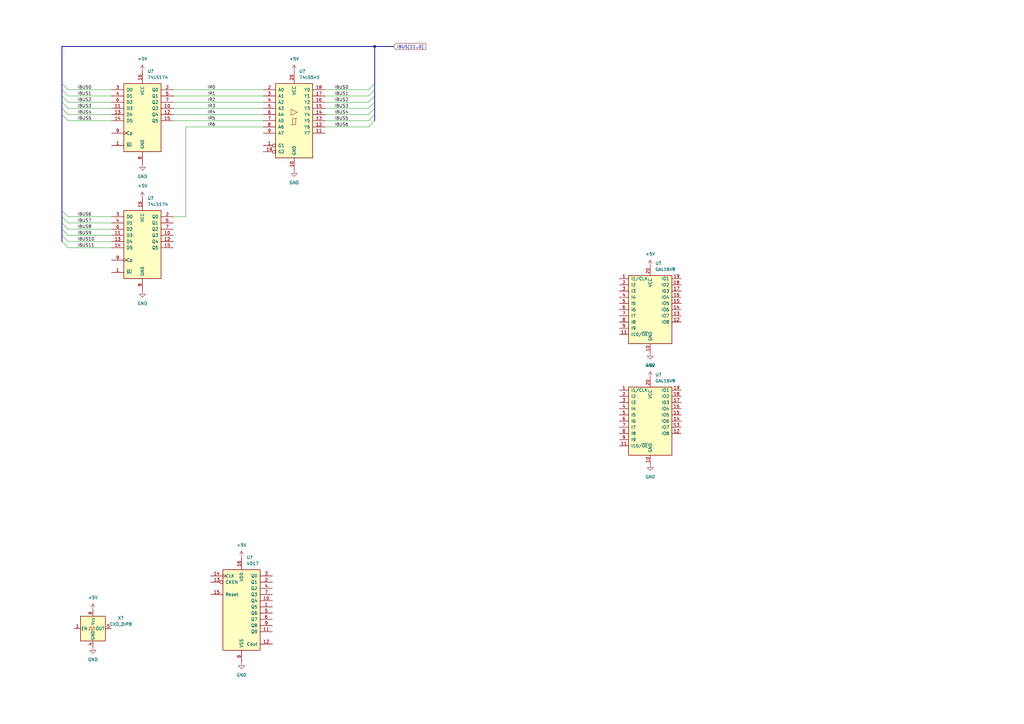
<source format=kicad_sch>
(kicad_sch (version 20211123) (generator eeschema)

  (uuid 5388b0c0-a748-4034-8807-602f444592bb)

  (paper "A3")

  (title_block
    (title "Ale PDP8 Try 4")
    (date "2023-03-10")
  )

  (lib_symbols
    (symbol "4xxx:4017" (pin_names (offset 1.016)) (in_bom yes) (on_board yes)
      (property "Reference" "U" (id 0) (at -7.62 16.51 0)
        (effects (font (size 1.27 1.27)))
      )
      (property "Value" "4017" (id 1) (at -7.62 -19.05 0)
        (effects (font (size 1.27 1.27)))
      )
      (property "Footprint" "" (id 2) (at 0 0 0)
        (effects (font (size 1.27 1.27)) hide)
      )
      (property "Datasheet" "http://www.intersil.com/content/dam/Intersil/documents/cd40/cd4017bms-22bms.pdf" (id 3) (at 0 0 0)
        (effects (font (size 1.27 1.27)) hide)
      )
      (property "ki_locked" "" (id 4) (at 0 0 0)
        (effects (font (size 1.27 1.27)))
      )
      (property "ki_keywords" "CNT CNT10" (id 5) (at 0 0 0)
        (effects (font (size 1.27 1.27)) hide)
      )
      (property "ki_description" "Johnson Counter ( 10 outputs )" (id 6) (at 0 0 0)
        (effects (font (size 1.27 1.27)) hide)
      )
      (property "ki_fp_filters" "DIP?16*" (id 7) (at 0 0 0)
        (effects (font (size 1.27 1.27)) hide)
      )
      (symbol "4017_1_0"
        (pin output line (at 12.7 0 180) (length 5.08)
          (name "Q5" (effects (font (size 1.27 1.27))))
          (number "1" (effects (font (size 1.27 1.27))))
        )
        (pin output line (at 12.7 2.54 180) (length 5.08)
          (name "Q4" (effects (font (size 1.27 1.27))))
          (number "10" (effects (font (size 1.27 1.27))))
        )
        (pin output line (at 12.7 -10.16 180) (length 5.08)
          (name "Q9" (effects (font (size 1.27 1.27))))
          (number "11" (effects (font (size 1.27 1.27))))
        )
        (pin output line (at 12.7 -15.24 180) (length 5.08)
          (name "Cout" (effects (font (size 1.27 1.27))))
          (number "12" (effects (font (size 1.27 1.27))))
        )
        (pin input inverted (at -12.7 10.16 0) (length 5.08)
          (name "CKEN" (effects (font (size 1.27 1.27))))
          (number "13" (effects (font (size 1.27 1.27))))
        )
        (pin input clock (at -12.7 12.7 0) (length 5.08)
          (name "CLK" (effects (font (size 1.27 1.27))))
          (number "14" (effects (font (size 1.27 1.27))))
        )
        (pin input line (at -12.7 5.08 0) (length 5.08)
          (name "Reset" (effects (font (size 1.27 1.27))))
          (number "15" (effects (font (size 1.27 1.27))))
        )
        (pin power_in line (at 0 20.32 270) (length 5.08)
          (name "VDD" (effects (font (size 1.27 1.27))))
          (number "16" (effects (font (size 1.27 1.27))))
        )
        (pin output line (at 12.7 10.16 180) (length 5.08)
          (name "Q1" (effects (font (size 1.27 1.27))))
          (number "2" (effects (font (size 1.27 1.27))))
        )
        (pin output line (at 12.7 12.7 180) (length 5.08)
          (name "Q0" (effects (font (size 1.27 1.27))))
          (number "3" (effects (font (size 1.27 1.27))))
        )
        (pin output line (at 12.7 7.62 180) (length 5.08)
          (name "Q2" (effects (font (size 1.27 1.27))))
          (number "4" (effects (font (size 1.27 1.27))))
        )
        (pin output line (at 12.7 -2.54 180) (length 5.08)
          (name "Q6" (effects (font (size 1.27 1.27))))
          (number "5" (effects (font (size 1.27 1.27))))
        )
        (pin output line (at 12.7 -5.08 180) (length 5.08)
          (name "Q7" (effects (font (size 1.27 1.27))))
          (number "6" (effects (font (size 1.27 1.27))))
        )
        (pin output line (at 12.7 5.08 180) (length 5.08)
          (name "Q3" (effects (font (size 1.27 1.27))))
          (number "7" (effects (font (size 1.27 1.27))))
        )
        (pin power_in line (at 0 -22.86 90) (length 5.08)
          (name "VSS" (effects (font (size 1.27 1.27))))
          (number "8" (effects (font (size 1.27 1.27))))
        )
        (pin output line (at 12.7 -7.62 180) (length 5.08)
          (name "Q8" (effects (font (size 1.27 1.27))))
          (number "9" (effects (font (size 1.27 1.27))))
        )
      )
      (symbol "4017_1_1"
        (rectangle (start -7.62 15.24) (end 7.62 -17.78)
          (stroke (width 0.254) (type default) (color 0 0 0 0))
          (fill (type background))
        )
      )
    )
    (symbol "74xx:74LS174" (pin_names (offset 1.016)) (in_bom yes) (on_board yes)
      (property "Reference" "U" (id 0) (at -7.62 13.97 0)
        (effects (font (size 1.27 1.27)))
      )
      (property "Value" "74LS174" (id 1) (at -7.62 -16.51 0)
        (effects (font (size 1.27 1.27)))
      )
      (property "Footprint" "" (id 2) (at 0 0 0)
        (effects (font (size 1.27 1.27)) hide)
      )
      (property "Datasheet" "http://www.ti.com/lit/gpn/sn74LS174" (id 3) (at 0 0 0)
        (effects (font (size 1.27 1.27)) hide)
      )
      (property "ki_locked" "" (id 4) (at 0 0 0)
        (effects (font (size 1.27 1.27)))
      )
      (property "ki_keywords" "TTL REG REG6 DFF" (id 5) (at 0 0 0)
        (effects (font (size 1.27 1.27)) hide)
      )
      (property "ki_description" "Hex D-type Flip-Flop, reset" (id 6) (at 0 0 0)
        (effects (font (size 1.27 1.27)) hide)
      )
      (property "ki_fp_filters" "DIP?16*" (id 7) (at 0 0 0)
        (effects (font (size 1.27 1.27)) hide)
      )
      (symbol "74LS174_1_0"
        (pin input line (at -12.7 -12.7 0) (length 5.08)
          (name "~{Mr}" (effects (font (size 1.27 1.27))))
          (number "1" (effects (font (size 1.27 1.27))))
        )
        (pin output line (at 12.7 2.54 180) (length 5.08)
          (name "Q3" (effects (font (size 1.27 1.27))))
          (number "10" (effects (font (size 1.27 1.27))))
        )
        (pin input line (at -12.7 2.54 0) (length 5.08)
          (name "D3" (effects (font (size 1.27 1.27))))
          (number "11" (effects (font (size 1.27 1.27))))
        )
        (pin output line (at 12.7 0 180) (length 5.08)
          (name "Q4" (effects (font (size 1.27 1.27))))
          (number "12" (effects (font (size 1.27 1.27))))
        )
        (pin input line (at -12.7 0 0) (length 5.08)
          (name "D4" (effects (font (size 1.27 1.27))))
          (number "13" (effects (font (size 1.27 1.27))))
        )
        (pin input line (at -12.7 -2.54 0) (length 5.08)
          (name "D5" (effects (font (size 1.27 1.27))))
          (number "14" (effects (font (size 1.27 1.27))))
        )
        (pin output line (at 12.7 -2.54 180) (length 5.08)
          (name "Q5" (effects (font (size 1.27 1.27))))
          (number "15" (effects (font (size 1.27 1.27))))
        )
        (pin power_in line (at 0 17.78 270) (length 5.08)
          (name "VCC" (effects (font (size 1.27 1.27))))
          (number "16" (effects (font (size 1.27 1.27))))
        )
        (pin output line (at 12.7 10.16 180) (length 5.08)
          (name "Q0" (effects (font (size 1.27 1.27))))
          (number "2" (effects (font (size 1.27 1.27))))
        )
        (pin input line (at -12.7 10.16 0) (length 5.08)
          (name "D0" (effects (font (size 1.27 1.27))))
          (number "3" (effects (font (size 1.27 1.27))))
        )
        (pin input line (at -12.7 7.62 0) (length 5.08)
          (name "D1" (effects (font (size 1.27 1.27))))
          (number "4" (effects (font (size 1.27 1.27))))
        )
        (pin output line (at 12.7 7.62 180) (length 5.08)
          (name "Q1" (effects (font (size 1.27 1.27))))
          (number "5" (effects (font (size 1.27 1.27))))
        )
        (pin input line (at -12.7 5.08 0) (length 5.08)
          (name "D2" (effects (font (size 1.27 1.27))))
          (number "6" (effects (font (size 1.27 1.27))))
        )
        (pin output line (at 12.7 5.08 180) (length 5.08)
          (name "Q2" (effects (font (size 1.27 1.27))))
          (number "7" (effects (font (size 1.27 1.27))))
        )
        (pin power_in line (at 0 -20.32 90) (length 5.08)
          (name "GND" (effects (font (size 1.27 1.27))))
          (number "8" (effects (font (size 1.27 1.27))))
        )
        (pin input clock (at -12.7 -7.62 0) (length 5.08)
          (name "Cp" (effects (font (size 1.27 1.27))))
          (number "9" (effects (font (size 1.27 1.27))))
        )
      )
      (symbol "74LS174_1_1"
        (rectangle (start -7.62 12.7) (end 7.62 -15.24)
          (stroke (width 0.254) (type default) (color 0 0 0 0))
          (fill (type background))
        )
      )
    )
    (symbol "74xx:74LS541" (pin_names (offset 1.016)) (in_bom yes) (on_board yes)
      (property "Reference" "U" (id 0) (at -7.62 16.51 0)
        (effects (font (size 1.27 1.27)))
      )
      (property "Value" "74LS541" (id 1) (at -7.62 -16.51 0)
        (effects (font (size 1.27 1.27)))
      )
      (property "Footprint" "" (id 2) (at 0 0 0)
        (effects (font (size 1.27 1.27)) hide)
      )
      (property "Datasheet" "http://www.ti.com/lit/gpn/sn74LS541" (id 3) (at 0 0 0)
        (effects (font (size 1.27 1.27)) hide)
      )
      (property "ki_locked" "" (id 4) (at 0 0 0)
        (effects (font (size 1.27 1.27)))
      )
      (property "ki_keywords" "TTL BUFFER 3State BUS" (id 5) (at 0 0 0)
        (effects (font (size 1.27 1.27)) hide)
      )
      (property "ki_description" "8-bit Buffer/Line Driver 3-state outputs" (id 6) (at 0 0 0)
        (effects (font (size 1.27 1.27)) hide)
      )
      (property "ki_fp_filters" "DIP?20*" (id 7) (at 0 0 0)
        (effects (font (size 1.27 1.27)) hide)
      )
      (symbol "74LS541_1_0"
        (polyline
          (pts
            (xy -0.635 -1.6002)
            (xy -0.635 0.9398)
            (xy 0.635 0.9398)
          )
          (stroke (width 0) (type default) (color 0 0 0 0))
          (fill (type none))
        )
        (polyline
          (pts
            (xy -1.27 -1.6002)
            (xy 0.635 -1.6002)
            (xy 0.635 0.9398)
            (xy 1.27 0.9398)
          )
          (stroke (width 0) (type default) (color 0 0 0 0))
          (fill (type none))
        )
        (polyline
          (pts
            (xy 1.27 3.4798)
            (xy -1.27 4.7498)
            (xy -1.27 2.2098)
            (xy 1.27 3.4798)
          )
          (stroke (width 0.1524) (type default) (color 0 0 0 0))
          (fill (type none))
        )
        (pin input inverted (at -12.7 -10.16 0) (length 5.08)
          (name "G1" (effects (font (size 1.27 1.27))))
          (number "1" (effects (font (size 1.27 1.27))))
        )
        (pin power_in line (at 0 -20.32 90) (length 5.08)
          (name "GND" (effects (font (size 1.27 1.27))))
          (number "10" (effects (font (size 1.27 1.27))))
        )
        (pin tri_state line (at 12.7 -5.08 180) (length 5.08)
          (name "Y7" (effects (font (size 1.27 1.27))))
          (number "11" (effects (font (size 1.27 1.27))))
        )
        (pin tri_state line (at 12.7 -2.54 180) (length 5.08)
          (name "Y6" (effects (font (size 1.27 1.27))))
          (number "12" (effects (font (size 1.27 1.27))))
        )
        (pin tri_state line (at 12.7 0 180) (length 5.08)
          (name "Y5" (effects (font (size 1.27 1.27))))
          (number "13" (effects (font (size 1.27 1.27))))
        )
        (pin tri_state line (at 12.7 2.54 180) (length 5.08)
          (name "Y4" (effects (font (size 1.27 1.27))))
          (number "14" (effects (font (size 1.27 1.27))))
        )
        (pin tri_state line (at 12.7 5.08 180) (length 5.08)
          (name "Y3" (effects (font (size 1.27 1.27))))
          (number "15" (effects (font (size 1.27 1.27))))
        )
        (pin tri_state line (at 12.7 7.62 180) (length 5.08)
          (name "Y2" (effects (font (size 1.27 1.27))))
          (number "16" (effects (font (size 1.27 1.27))))
        )
        (pin tri_state line (at 12.7 10.16 180) (length 5.08)
          (name "Y1" (effects (font (size 1.27 1.27))))
          (number "17" (effects (font (size 1.27 1.27))))
        )
        (pin tri_state line (at 12.7 12.7 180) (length 5.08)
          (name "Y0" (effects (font (size 1.27 1.27))))
          (number "18" (effects (font (size 1.27 1.27))))
        )
        (pin input inverted (at -12.7 -12.7 0) (length 5.08)
          (name "G2" (effects (font (size 1.27 1.27))))
          (number "19" (effects (font (size 1.27 1.27))))
        )
        (pin input line (at -12.7 12.7 0) (length 5.08)
          (name "A0" (effects (font (size 1.27 1.27))))
          (number "2" (effects (font (size 1.27 1.27))))
        )
        (pin power_in line (at 0 20.32 270) (length 5.08)
          (name "VCC" (effects (font (size 1.27 1.27))))
          (number "20" (effects (font (size 1.27 1.27))))
        )
        (pin input line (at -12.7 10.16 0) (length 5.08)
          (name "A1" (effects (font (size 1.27 1.27))))
          (number "3" (effects (font (size 1.27 1.27))))
        )
        (pin input line (at -12.7 7.62 0) (length 5.08)
          (name "A2" (effects (font (size 1.27 1.27))))
          (number "4" (effects (font (size 1.27 1.27))))
        )
        (pin input line (at -12.7 5.08 0) (length 5.08)
          (name "A3" (effects (font (size 1.27 1.27))))
          (number "5" (effects (font (size 1.27 1.27))))
        )
        (pin input line (at -12.7 2.54 0) (length 5.08)
          (name "A4" (effects (font (size 1.27 1.27))))
          (number "6" (effects (font (size 1.27 1.27))))
        )
        (pin input line (at -12.7 0 0) (length 5.08)
          (name "A5" (effects (font (size 1.27 1.27))))
          (number "7" (effects (font (size 1.27 1.27))))
        )
        (pin input line (at -12.7 -2.54 0) (length 5.08)
          (name "A6" (effects (font (size 1.27 1.27))))
          (number "8" (effects (font (size 1.27 1.27))))
        )
        (pin input line (at -12.7 -5.08 0) (length 5.08)
          (name "A7" (effects (font (size 1.27 1.27))))
          (number "9" (effects (font (size 1.27 1.27))))
        )
      )
      (symbol "74LS541_1_1"
        (rectangle (start -7.62 15.24) (end 7.62 -15.24)
          (stroke (width 0.254) (type default) (color 0 0 0 0))
          (fill (type background))
        )
      )
    )
    (symbol "Logic_Programmable:GAL16V8" (pin_names (offset 1.016)) (in_bom yes) (on_board yes)
      (property "Reference" "U" (id 0) (at -8.89 16.51 0)
        (effects (font (size 1.27 1.27)) (justify left))
      )
      (property "Value" "GAL16V8" (id 1) (at 1.27 16.51 0)
        (effects (font (size 1.27 1.27)) (justify left))
      )
      (property "Footprint" "" (id 2) (at 0 0 0)
        (effects (font (size 1.27 1.27)) hide)
      )
      (property "Datasheet" "" (id 3) (at 0 0 0)
        (effects (font (size 1.27 1.27)) hide)
      )
      (property "ki_keywords" "GAL PLD 16V8" (id 4) (at 0 0 0)
        (effects (font (size 1.27 1.27)) hide)
      )
      (property "ki_description" "Programmable Logic Array, DIP-20/SOIC-20/PLCC-20" (id 5) (at 0 0 0)
        (effects (font (size 1.27 1.27)) hide)
      )
      (property "ki_fp_filters" "DIP* PDIP* SOIC* SO* PLCC*" (id 6) (at 0 0 0)
        (effects (font (size 1.27 1.27)) hide)
      )
      (symbol "GAL16V8_0_0"
        (pin power_in line (at 0 -17.78 90) (length 3.81)
          (name "GND" (effects (font (size 1.27 1.27))))
          (number "10" (effects (font (size 1.27 1.27))))
        )
        (pin power_in line (at 0 17.78 270) (length 3.81)
          (name "VCC" (effects (font (size 1.27 1.27))))
          (number "20" (effects (font (size 1.27 1.27))))
        )
      )
      (symbol "GAL16V8_0_1"
        (rectangle (start -8.89 13.97) (end 8.89 -13.97)
          (stroke (width 0.254) (type default) (color 0 0 0 0))
          (fill (type background))
        )
      )
      (symbol "GAL16V8_1_1"
        (pin input line (at -12.7 12.7 0) (length 3.81)
          (name "I1/CLK" (effects (font (size 1.27 1.27))))
          (number "1" (effects (font (size 1.27 1.27))))
        )
        (pin input line (at -12.7 -10.16 0) (length 3.81)
          (name "I10/~{OE}" (effects (font (size 1.27 1.27))))
          (number "11" (effects (font (size 1.27 1.27))))
        )
        (pin tri_state line (at 12.7 -5.08 180) (length 3.81)
          (name "IO8" (effects (font (size 1.27 1.27))))
          (number "12" (effects (font (size 1.27 1.27))))
        )
        (pin tri_state line (at 12.7 -2.54 180) (length 3.81)
          (name "IO7" (effects (font (size 1.27 1.27))))
          (number "13" (effects (font (size 1.27 1.27))))
        )
        (pin tri_state line (at 12.7 0 180) (length 3.81)
          (name "IO6" (effects (font (size 1.27 1.27))))
          (number "14" (effects (font (size 1.27 1.27))))
        )
        (pin tri_state line (at 12.7 2.54 180) (length 3.81)
          (name "IO5" (effects (font (size 1.27 1.27))))
          (number "15" (effects (font (size 1.27 1.27))))
        )
        (pin tri_state line (at 12.7 5.08 180) (length 3.81)
          (name "IO4" (effects (font (size 1.27 1.27))))
          (number "16" (effects (font (size 1.27 1.27))))
        )
        (pin tri_state line (at 12.7 7.62 180) (length 3.81)
          (name "I03" (effects (font (size 1.27 1.27))))
          (number "17" (effects (font (size 1.27 1.27))))
        )
        (pin tri_state line (at 12.7 10.16 180) (length 3.81)
          (name "IO2" (effects (font (size 1.27 1.27))))
          (number "18" (effects (font (size 1.27 1.27))))
        )
        (pin tri_state line (at 12.7 12.7 180) (length 3.81)
          (name "IO1" (effects (font (size 1.27 1.27))))
          (number "19" (effects (font (size 1.27 1.27))))
        )
        (pin input line (at -12.7 10.16 0) (length 3.81)
          (name "I2" (effects (font (size 1.27 1.27))))
          (number "2" (effects (font (size 1.27 1.27))))
        )
        (pin input line (at -12.7 7.62 0) (length 3.81)
          (name "I3" (effects (font (size 1.27 1.27))))
          (number "3" (effects (font (size 1.27 1.27))))
        )
        (pin input line (at -12.7 5.08 0) (length 3.81)
          (name "I4" (effects (font (size 1.27 1.27))))
          (number "4" (effects (font (size 1.27 1.27))))
        )
        (pin input line (at -12.7 2.54 0) (length 3.81)
          (name "I5" (effects (font (size 1.27 1.27))))
          (number "5" (effects (font (size 1.27 1.27))))
        )
        (pin input line (at -12.7 0 0) (length 3.81)
          (name "I6" (effects (font (size 1.27 1.27))))
          (number "6" (effects (font (size 1.27 1.27))))
        )
        (pin input line (at -12.7 -2.54 0) (length 3.81)
          (name "I7" (effects (font (size 1.27 1.27))))
          (number "7" (effects (font (size 1.27 1.27))))
        )
        (pin input line (at -12.7 -5.08 0) (length 3.81)
          (name "I8" (effects (font (size 1.27 1.27))))
          (number "8" (effects (font (size 1.27 1.27))))
        )
        (pin input line (at -12.7 -7.62 0) (length 3.81)
          (name "I9" (effects (font (size 1.27 1.27))))
          (number "9" (effects (font (size 1.27 1.27))))
        )
      )
    )
    (symbol "Oscillator:CXO_DIP8" (pin_names (offset 0.254)) (in_bom yes) (on_board yes)
      (property "Reference" "X" (id 0) (at -5.08 6.35 0)
        (effects (font (size 1.27 1.27)) (justify left))
      )
      (property "Value" "CXO_DIP8" (id 1) (at 1.27 -6.35 0)
        (effects (font (size 1.27 1.27)) (justify left))
      )
      (property "Footprint" "Oscillator:Oscillator_DIP-8" (id 2) (at 11.43 -8.89 0)
        (effects (font (size 1.27 1.27)) hide)
      )
      (property "Datasheet" "http://cdn-reichelt.de/documents/datenblatt/B400/OSZI.pdf" (id 3) (at -2.54 0 0)
        (effects (font (size 1.27 1.27)) hide)
      )
      (property "ki_keywords" "Crystal Clock Oscillator" (id 4) (at 0 0 0)
        (effects (font (size 1.27 1.27)) hide)
      )
      (property "ki_description" "Crystal Clock Oscillator, DIP8-style metal package" (id 5) (at 0 0 0)
        (effects (font (size 1.27 1.27)) hide)
      )
      (property "ki_fp_filters" "Oscillator*DIP*8*" (id 6) (at 0 0 0)
        (effects (font (size 1.27 1.27)) hide)
      )
      (symbol "CXO_DIP8_0_1"
        (rectangle (start -5.08 5.08) (end 5.08 -5.08)
          (stroke (width 0.254) (type default) (color 0 0 0 0))
          (fill (type background))
        )
        (polyline
          (pts
            (xy -1.905 -0.635)
            (xy -1.27 -0.635)
            (xy -1.27 0.635)
            (xy -0.635 0.635)
            (xy -0.635 -0.635)
            (xy 0 -0.635)
            (xy 0 0.635)
            (xy 0.635 0.635)
            (xy 0.635 -0.635)
          )
          (stroke (width 0) (type default) (color 0 0 0 0))
          (fill (type none))
        )
      )
      (symbol "CXO_DIP8_1_1"
        (pin input line (at -7.62 0 0) (length 2.54)
          (name "EN" (effects (font (size 1.27 1.27))))
          (number "1" (effects (font (size 1.27 1.27))))
        )
        (pin power_in line (at 0 -7.62 90) (length 2.54)
          (name "GND" (effects (font (size 1.27 1.27))))
          (number "4" (effects (font (size 1.27 1.27))))
        )
        (pin output line (at 7.62 0 180) (length 2.54)
          (name "OUT" (effects (font (size 1.27 1.27))))
          (number "5" (effects (font (size 1.27 1.27))))
        )
        (pin power_in line (at 0 7.62 270) (length 2.54)
          (name "Vcc" (effects (font (size 1.27 1.27))))
          (number "8" (effects (font (size 1.27 1.27))))
        )
      )
    )
    (symbol "power:+5V" (power) (pin_names (offset 0)) (in_bom yes) (on_board yes)
      (property "Reference" "#PWR" (id 0) (at 0 -3.81 0)
        (effects (font (size 1.27 1.27)) hide)
      )
      (property "Value" "+5V" (id 1) (at 0 3.556 0)
        (effects (font (size 1.27 1.27)))
      )
      (property "Footprint" "" (id 2) (at 0 0 0)
        (effects (font (size 1.27 1.27)) hide)
      )
      (property "Datasheet" "" (id 3) (at 0 0 0)
        (effects (font (size 1.27 1.27)) hide)
      )
      (property "ki_keywords" "global power" (id 4) (at 0 0 0)
        (effects (font (size 1.27 1.27)) hide)
      )
      (property "ki_description" "Power symbol creates a global label with name \"+5V\"" (id 5) (at 0 0 0)
        (effects (font (size 1.27 1.27)) hide)
      )
      (symbol "+5V_0_1"
        (polyline
          (pts
            (xy -0.762 1.27)
            (xy 0 2.54)
          )
          (stroke (width 0) (type default) (color 0 0 0 0))
          (fill (type none))
        )
        (polyline
          (pts
            (xy 0 0)
            (xy 0 2.54)
          )
          (stroke (width 0) (type default) (color 0 0 0 0))
          (fill (type none))
        )
        (polyline
          (pts
            (xy 0 2.54)
            (xy 0.762 1.27)
          )
          (stroke (width 0) (type default) (color 0 0 0 0))
          (fill (type none))
        )
      )
      (symbol "+5V_1_1"
        (pin power_in line (at 0 0 90) (length 0) hide
          (name "+5V" (effects (font (size 1.27 1.27))))
          (number "1" (effects (font (size 1.27 1.27))))
        )
      )
    )
    (symbol "power:GND" (power) (pin_names (offset 0)) (in_bom yes) (on_board yes)
      (property "Reference" "#PWR" (id 0) (at 0 -6.35 0)
        (effects (font (size 1.27 1.27)) hide)
      )
      (property "Value" "GND" (id 1) (at 0 -3.81 0)
        (effects (font (size 1.27 1.27)))
      )
      (property "Footprint" "" (id 2) (at 0 0 0)
        (effects (font (size 1.27 1.27)) hide)
      )
      (property "Datasheet" "" (id 3) (at 0 0 0)
        (effects (font (size 1.27 1.27)) hide)
      )
      (property "ki_keywords" "global power" (id 4) (at 0 0 0)
        (effects (font (size 1.27 1.27)) hide)
      )
      (property "ki_description" "Power symbol creates a global label with name \"GND\" , ground" (id 5) (at 0 0 0)
        (effects (font (size 1.27 1.27)) hide)
      )
      (symbol "GND_0_1"
        (polyline
          (pts
            (xy 0 0)
            (xy 0 -1.27)
            (xy 1.27 -1.27)
            (xy 0 -2.54)
            (xy -1.27 -1.27)
            (xy 0 -1.27)
          )
          (stroke (width 0) (type default) (color 0 0 0 0))
          (fill (type none))
        )
      )
      (symbol "GND_1_1"
        (pin power_in line (at 0 0 270) (length 0) hide
          (name "GND" (effects (font (size 1.27 1.27))))
          (number "1" (effects (font (size 1.27 1.27))))
        )
      )
    )
  )

  (junction (at 153.67 19.05) (diameter 0) (color 0 0 0 0)
    (uuid 1a7e513a-d2b3-48a9-b48c-183784df4fd9)
  )

  (bus_entry (at 25.4 93.98) (size 2.54 2.54)
    (stroke (width 0) (type default) (color 0 0 0 0))
    (uuid 073274c5-c9e1-4639-87dc-fa0ca2faf134)
  )
  (bus_entry (at 25.4 88.9) (size 2.54 2.54)
    (stroke (width 0) (type default) (color 0 0 0 0))
    (uuid 0bfff30f-1b23-43ec-a146-61a53765a0f5)
  )
  (bus_entry (at 153.67 46.99) (size -2.54 2.54)
    (stroke (width 0) (type default) (color 0 0 0 0))
    (uuid 16178101-3e59-405d-8968-20e2c7a314ff)
  )
  (bus_entry (at 153.67 41.91) (size -2.54 2.54)
    (stroke (width 0) (type default) (color 0 0 0 0))
    (uuid 1756c9ba-e42b-4f4f-9d07-33c5f4ec8faf)
  )
  (bus_entry (at 25.4 41.91) (size 2.54 2.54)
    (stroke (width 0) (type default) (color 0 0 0 0))
    (uuid 2b85b75b-46d6-4a80-a140-6d8fa54355a6)
  )
  (bus_entry (at 153.67 39.37) (size -2.54 2.54)
    (stroke (width 0) (type default) (color 0 0 0 0))
    (uuid 2c9e7608-6090-44d1-adcd-b179f3d19705)
  )
  (bus_entry (at 25.4 86.36) (size 2.54 2.54)
    (stroke (width 0) (type default) (color 0 0 0 0))
    (uuid 2ed3c16c-a135-466c-82b7-0468cccaaaad)
  )
  (bus_entry (at 25.4 34.29) (size 2.54 2.54)
    (stroke (width 0) (type default) (color 0 0 0 0))
    (uuid 35c90dd7-0040-4dec-af19-780547897dda)
  )
  (bus_entry (at 153.67 44.45) (size -2.54 2.54)
    (stroke (width 0) (type default) (color 0 0 0 0))
    (uuid 50734bc1-cb5e-4498-996e-d098d97cecbe)
  )
  (bus_entry (at 153.67 36.83) (size -2.54 2.54)
    (stroke (width 0) (type default) (color 0 0 0 0))
    (uuid 713a8a0c-51c0-48d5-996c-ff802f3b0c8d)
  )
  (bus_entry (at 25.4 46.99) (size 2.54 2.54)
    (stroke (width 0) (type default) (color 0 0 0 0))
    (uuid 8227df67-0a12-4ae7-8eac-02bb7ab139e7)
  )
  (bus_entry (at 153.67 34.29) (size -2.54 2.54)
    (stroke (width 0) (type default) (color 0 0 0 0))
    (uuid 88b0887d-6902-4885-ac68-f1ca528433a6)
  )
  (bus_entry (at 25.4 99.06) (size 2.54 2.54)
    (stroke (width 0) (type default) (color 0 0 0 0))
    (uuid 90ac3d4c-71ee-446c-99a7-cba69e5d6938)
  )
  (bus_entry (at 25.4 96.52) (size 2.54 2.54)
    (stroke (width 0) (type default) (color 0 0 0 0))
    (uuid ae6e9b48-6d44-475a-a435-69790bf876e7)
  )
  (bus_entry (at 25.4 39.37) (size 2.54 2.54)
    (stroke (width 0) (type default) (color 0 0 0 0))
    (uuid b5931de8-fb04-4883-91db-c99e9ddd880e)
  )
  (bus_entry (at 153.67 49.53) (size -2.54 2.54)
    (stroke (width 0) (type default) (color 0 0 0 0))
    (uuid b5d63c2a-ce40-4c43-99df-92cb13ebfb50)
  )
  (bus_entry (at 25.4 36.83) (size 2.54 2.54)
    (stroke (width 0) (type default) (color 0 0 0 0))
    (uuid b6b255cf-50c6-4341-bcb3-0bdeca31562b)
  )
  (bus_entry (at 25.4 44.45) (size 2.54 2.54)
    (stroke (width 0) (type default) (color 0 0 0 0))
    (uuid daa63421-eb98-46b4-995f-75b2ff3828e8)
  )
  (bus_entry (at 25.4 91.44) (size 2.54 2.54)
    (stroke (width 0) (type default) (color 0 0 0 0))
    (uuid f4cc5793-9ace-42b2-9cce-04a281c367c1)
  )

  (bus (pts (xy 25.4 46.99) (xy 25.4 44.45))
    (stroke (width 0) (type default) (color 0 0 0 0))
    (uuid 00161ee0-74ff-4f71-9051-e5ed70efd8ce)
  )
  (bus (pts (xy 25.4 39.37) (xy 25.4 36.83))
    (stroke (width 0) (type default) (color 0 0 0 0))
    (uuid 02a9d651-1bc8-48cb-84c9-862ff161abef)
  )

  (wire (pts (xy 27.94 101.6) (xy 45.72 101.6))
    (stroke (width 0) (type default) (color 0 0 0 0))
    (uuid 076742f0-38de-4cd3-aeb2-aee45534f978)
  )
  (bus (pts (xy 25.4 36.83) (xy 25.4 34.29))
    (stroke (width 0) (type default) (color 0 0 0 0))
    (uuid 0913f8ff-6513-4e6e-858d-a7ecd7960d98)
  )
  (bus (pts (xy 153.67 19.05) (xy 153.67 34.29))
    (stroke (width 0) (type default) (color 0 0 0 0))
    (uuid 0a0c4853-8701-4200-9daa-bf87b391f042)
  )

  (wire (pts (xy 27.94 91.44) (xy 45.72 91.44))
    (stroke (width 0) (type default) (color 0 0 0 0))
    (uuid 0a577894-4be9-4311-b913-c1e1f6a7ff1a)
  )
  (bus (pts (xy 153.67 41.91) (xy 153.67 44.45))
    (stroke (width 0) (type default) (color 0 0 0 0))
    (uuid 13da97ed-ff0c-4667-b12d-158c8fc0978f)
  )
  (bus (pts (xy 25.4 41.91) (xy 25.4 39.37))
    (stroke (width 0) (type default) (color 0 0 0 0))
    (uuid 19839fca-bdc5-439e-ab68-352bb989e13c)
  )
  (bus (pts (xy 25.4 99.06) (xy 25.4 96.52))
    (stroke (width 0) (type default) (color 0 0 0 0))
    (uuid 1bdbe723-9c7a-4899-8260-a6b5179f74f6)
  )
  (bus (pts (xy 153.67 44.45) (xy 153.67 46.99))
    (stroke (width 0) (type default) (color 0 0 0 0))
    (uuid 1e761073-85ff-434a-8ae2-0fdc6798b6a6)
  )

  (wire (pts (xy 133.35 49.53) (xy 151.13 49.53))
    (stroke (width 0) (type default) (color 0 0 0 0))
    (uuid 26e14a7f-9bbd-454d-a11a-8e013ac6fc05)
  )
  (wire (pts (xy 27.94 93.98) (xy 45.72 93.98))
    (stroke (width 0) (type default) (color 0 0 0 0))
    (uuid 2b6ff297-07ca-42ce-a249-e4f7841a7d93)
  )
  (wire (pts (xy 71.12 44.45) (xy 107.95 44.45))
    (stroke (width 0) (type default) (color 0 0 0 0))
    (uuid 35ce8aae-ab55-4b37-a84c-2a2624e656f1)
  )
  (wire (pts (xy 133.35 46.99) (xy 151.13 46.99))
    (stroke (width 0) (type default) (color 0 0 0 0))
    (uuid 3cb7cc52-e4bb-4d0a-b2f8-7101facf68f1)
  )
  (wire (pts (xy 27.94 36.83) (xy 45.72 36.83))
    (stroke (width 0) (type default) (color 0 0 0 0))
    (uuid 3db3f09b-77f5-4f7a-a6e9-b46606b5ee8f)
  )
  (bus (pts (xy 25.4 86.36) (xy 25.4 46.99))
    (stroke (width 0) (type default) (color 0 0 0 0))
    (uuid 3ee9d69a-04a0-4949-8fb9-104fdc8fb8d0)
  )
  (bus (pts (xy 25.4 91.44) (xy 25.4 88.9))
    (stroke (width 0) (type default) (color 0 0 0 0))
    (uuid 428ffe75-3f1f-4169-b26e-b3dfeeb61d4d)
  )

  (wire (pts (xy 71.12 39.37) (xy 107.95 39.37))
    (stroke (width 0) (type default) (color 0 0 0 0))
    (uuid 484a31db-13cd-41a8-bd91-2f1fed686cf1)
  )
  (wire (pts (xy 27.94 41.91) (xy 45.72 41.91))
    (stroke (width 0) (type default) (color 0 0 0 0))
    (uuid 52713699-238b-4d51-b1bb-54b3396194b5)
  )
  (bus (pts (xy 25.4 88.9) (xy 25.4 86.36))
    (stroke (width 0) (type default) (color 0 0 0 0))
    (uuid 5facb6f6-8fbe-4c78-af25-04186b4cfdb3)
  )

  (wire (pts (xy 27.94 96.52) (xy 45.72 96.52))
    (stroke (width 0) (type default) (color 0 0 0 0))
    (uuid 602f145b-1698-482e-a427-ce0d2e6e0f5a)
  )
  (wire (pts (xy 76.2 52.07) (xy 107.95 52.07))
    (stroke (width 0) (type default) (color 0 0 0 0))
    (uuid 6855ac76-6c0b-4f1f-b63f-8c0cfc4218b2)
  )
  (wire (pts (xy 133.35 52.07) (xy 151.13 52.07))
    (stroke (width 0) (type default) (color 0 0 0 0))
    (uuid 704ce380-761a-4f03-b7b7-54fa549af4c0)
  )
  (bus (pts (xy 153.67 46.99) (xy 153.67 49.53))
    (stroke (width 0) (type default) (color 0 0 0 0))
    (uuid 7409a512-6361-4ec3-bd65-01db7481ce67)
  )

  (wire (pts (xy 27.94 39.37) (xy 45.72 39.37))
    (stroke (width 0) (type default) (color 0 0 0 0))
    (uuid 7c953ee3-5e9c-472c-8cd1-1324e58a9460)
  )
  (bus (pts (xy 25.4 96.52) (xy 25.4 93.98))
    (stroke (width 0) (type default) (color 0 0 0 0))
    (uuid 888a177b-b29a-4813-b8d1-153280075213)
  )
  (bus (pts (xy 25.4 93.98) (xy 25.4 91.44))
    (stroke (width 0) (type default) (color 0 0 0 0))
    (uuid 8f202520-8881-4246-8878-8454c9e00937)
  )

  (wire (pts (xy 71.12 46.99) (xy 107.95 46.99))
    (stroke (width 0) (type default) (color 0 0 0 0))
    (uuid 94115410-c6a7-49cb-8bac-1548c0536079)
  )
  (bus (pts (xy 153.67 19.05) (xy 161.29 19.05))
    (stroke (width 0) (type default) (color 0 0 0 0))
    (uuid 9838e6a8-09ef-4207-b52c-d28b2c64d6a7)
  )

  (wire (pts (xy 71.12 88.9) (xy 76.2 88.9))
    (stroke (width 0) (type default) (color 0 0 0 0))
    (uuid 98a67128-4c30-4be6-bd1c-c66f48813a28)
  )
  (bus (pts (xy 153.67 34.29) (xy 153.67 36.83))
    (stroke (width 0) (type default) (color 0 0 0 0))
    (uuid a042d27f-27e9-41da-a534-aa80d35f6cc5)
  )

  (wire (pts (xy 71.12 49.53) (xy 107.95 49.53))
    (stroke (width 0) (type default) (color 0 0 0 0))
    (uuid a27193a8-a595-4e08-acc8-baef8d38eeac)
  )
  (wire (pts (xy 27.94 88.9) (xy 45.72 88.9))
    (stroke (width 0) (type default) (color 0 0 0 0))
    (uuid a2cebeba-052b-4519-a4da-a547b3fc817c)
  )
  (bus (pts (xy 25.4 19.05) (xy 153.67 19.05))
    (stroke (width 0) (type default) (color 0 0 0 0))
    (uuid a80e405b-dd5a-4b27-96eb-8d7edafb8649)
  )

  (wire (pts (xy 133.35 36.83) (xy 151.13 36.83))
    (stroke (width 0) (type default) (color 0 0 0 0))
    (uuid bb198ef5-d2c9-4c18-9732-8a18137946da)
  )
  (wire (pts (xy 27.94 44.45) (xy 45.72 44.45))
    (stroke (width 0) (type default) (color 0 0 0 0))
    (uuid bb87a13d-6712-4931-be7d-b1eb7df258f3)
  )
  (wire (pts (xy 27.94 46.99) (xy 45.72 46.99))
    (stroke (width 0) (type default) (color 0 0 0 0))
    (uuid be228935-c9b0-4989-844d-a1511aa2b965)
  )
  (wire (pts (xy 133.35 44.45) (xy 151.13 44.45))
    (stroke (width 0) (type default) (color 0 0 0 0))
    (uuid c138e0ca-7729-4387-8554-75b4cef61783)
  )
  (bus (pts (xy 25.4 34.29) (xy 25.4 19.05))
    (stroke (width 0) (type default) (color 0 0 0 0))
    (uuid c90ff3e0-b575-459c-9cee-9d3977f7e7ec)
  )

  (wire (pts (xy 71.12 36.83) (xy 107.95 36.83))
    (stroke (width 0) (type default) (color 0 0 0 0))
    (uuid cdbd3ff3-d93f-49c3-b8ba-4b1a5effbca9)
  )
  (wire (pts (xy 133.35 41.91) (xy 151.13 41.91))
    (stroke (width 0) (type default) (color 0 0 0 0))
    (uuid d22fac65-be4e-4a23-aace-308785581088)
  )
  (wire (pts (xy 71.12 41.91) (xy 107.95 41.91))
    (stroke (width 0) (type default) (color 0 0 0 0))
    (uuid d5aad18e-c76f-4371-9725-30e3a3189054)
  )
  (wire (pts (xy 76.2 88.9) (xy 76.2 52.07))
    (stroke (width 0) (type default) (color 0 0 0 0))
    (uuid d7955ef0-ac92-4cf9-8e98-311b35bcb54d)
  )
  (bus (pts (xy 153.67 36.83) (xy 153.67 39.37))
    (stroke (width 0) (type default) (color 0 0 0 0))
    (uuid d9309866-eb58-42e1-870c-af4eada67fc2)
  )
  (bus (pts (xy 153.67 39.37) (xy 153.67 41.91))
    (stroke (width 0) (type default) (color 0 0 0 0))
    (uuid e0976e57-8fdc-44ce-9604-3ede30cc94cd)
  )
  (bus (pts (xy 25.4 44.45) (xy 25.4 41.91))
    (stroke (width 0) (type default) (color 0 0 0 0))
    (uuid f39e6894-9c04-4f22-b5ae-64c61897095a)
  )

  (wire (pts (xy 27.94 99.06) (xy 45.72 99.06))
    (stroke (width 0) (type default) (color 0 0 0 0))
    (uuid f76847c6-6853-4683-bbe6-d3d6a43e40ba)
  )
  (wire (pts (xy 133.35 39.37) (xy 151.13 39.37))
    (stroke (width 0) (type default) (color 0 0 0 0))
    (uuid fae9fd3d-08f9-4bd7-948b-99be906218a1)
  )
  (wire (pts (xy 27.94 49.53) (xy 45.72 49.53))
    (stroke (width 0) (type default) (color 0 0 0 0))
    (uuid fdf9aa13-e6b9-4b87-8491-1e7c7303f5f8)
  )

  (label "IBUS2" (at 31.75 41.91 0)
    (effects (font (size 1.27 1.27)) (justify left bottom))
    (uuid 014d4ec3-6662-45f1-95a0-4719c4d7f9cd)
  )
  (label "IBUS3" (at 31.75 44.45 0)
    (effects (font (size 1.27 1.27)) (justify left bottom))
    (uuid 0640462d-a73a-4f04-bc81-1f79ad776967)
  )
  (label "IBUS4" (at 31.75 46.99 0)
    (effects (font (size 1.27 1.27)) (justify left bottom))
    (uuid 10042406-4425-40d8-b59a-314b648b66d5)
  )
  (label "IBUS5" (at 137.16 49.53 0)
    (effects (font (size 1.27 1.27)) (justify left bottom))
    (uuid 1730129a-34d0-41bd-9d42-142194dbca1e)
  )
  (label "IR1" (at 85.09 39.37 0)
    (effects (font (size 1.27 1.27)) (justify left bottom))
    (uuid 20f3647b-855a-4a2c-a1a5-0e703ba6ab84)
  )
  (label "IBUS10" (at 31.75 99.06 0)
    (effects (font (size 1.27 1.27)) (justify left bottom))
    (uuid 22255a21-5c2f-44af-be28-22ba021dc73f)
  )
  (label "IBUS0" (at 31.75 36.83 0)
    (effects (font (size 1.27 1.27)) (justify left bottom))
    (uuid 278c75b7-4336-4530-bf7e-e610b48a9ee0)
  )
  (label "IBUS1" (at 31.75 39.37 0)
    (effects (font (size 1.27 1.27)) (justify left bottom))
    (uuid 2fe33045-67a8-4dc9-a739-c4ee47cf13e3)
  )
  (label "IR3" (at 85.09 44.45 0)
    (effects (font (size 1.27 1.27)) (justify left bottom))
    (uuid 3cd4a043-619f-49af-8cfa-43467f3b3e9b)
  )
  (label "IBUS4" (at 137.16 46.99 0)
    (effects (font (size 1.27 1.27)) (justify left bottom))
    (uuid 4a65cf75-63e5-4b5e-b2b9-c6557b03454d)
  )
  (label "IBUS0" (at 137.16 36.83 0)
    (effects (font (size 1.27 1.27)) (justify left bottom))
    (uuid 4bec001c-6612-4c85-9faf-7a7c505d2452)
  )
  (label "IR5" (at 85.09 49.53 0)
    (effects (font (size 1.27 1.27)) (justify left bottom))
    (uuid 4d78a9e7-45a2-47ad-a585-dc781cd60a95)
  )
  (label "IR2" (at 85.09 41.91 0)
    (effects (font (size 1.27 1.27)) (justify left bottom))
    (uuid 5d64d659-b865-4ac1-9e00-4606e751da65)
  )
  (label "IBUS5" (at 31.75 49.53 0)
    (effects (font (size 1.27 1.27)) (justify left bottom))
    (uuid 60a71df5-2665-4c35-9b48-85cf24c963d4)
  )
  (label "IBUS3" (at 137.16 44.45 0)
    (effects (font (size 1.27 1.27)) (justify left bottom))
    (uuid 80d7d58e-a260-4399-8157-755ab3fa0158)
  )
  (label "IBUS2" (at 137.16 41.91 0)
    (effects (font (size 1.27 1.27)) (justify left bottom))
    (uuid 8cf7337a-13d2-413f-8f31-b82c5cf46fce)
  )
  (label "IBUS8" (at 31.75 93.98 0)
    (effects (font (size 1.27 1.27)) (justify left bottom))
    (uuid 8e4349c5-4ff8-4dd7-a21c-880f23029d97)
  )
  (label "IBUS6" (at 137.16 52.07 0)
    (effects (font (size 1.27 1.27)) (justify left bottom))
    (uuid 96f3a6b8-6ab3-49c7-b614-937becc94b4a)
  )
  (label "IR4" (at 85.09 46.99 0)
    (effects (font (size 1.27 1.27)) (justify left bottom))
    (uuid b2b53303-7ec7-461a-8183-1716f5528d09)
  )
  (label "IBUS11" (at 31.75 101.6 0)
    (effects (font (size 1.27 1.27)) (justify left bottom))
    (uuid b304a599-a066-48ab-9477-ce8e2ce4da2b)
  )
  (label "IBUS1" (at 137.16 39.37 0)
    (effects (font (size 1.27 1.27)) (justify left bottom))
    (uuid b3204dbc-5bc5-436c-96ac-c42bce7b15bf)
  )
  (label "IR6" (at 85.09 52.07 0)
    (effects (font (size 1.27 1.27)) (justify left bottom))
    (uuid b509eefe-9008-4fe2-a60a-91d604769183)
  )
  (label "IBUS6" (at 31.75 88.9 0)
    (effects (font (size 1.27 1.27)) (justify left bottom))
    (uuid bc0c7586-dc35-40d7-853f-4110e4fe1190)
  )
  (label "IBUS9" (at 31.75 96.52 0)
    (effects (font (size 1.27 1.27)) (justify left bottom))
    (uuid cd43cc33-7302-4f65-83de-84fa24dc41c8)
  )
  (label "IBUS7" (at 31.75 91.44 0)
    (effects (font (size 1.27 1.27)) (justify left bottom))
    (uuid ce8ad381-48c0-4a18-9179-a6fd0b6d95be)
  )
  (label "IR0" (at 85.09 36.83 0)
    (effects (font (size 1.27 1.27)) (justify left bottom))
    (uuid d58b910e-1865-4232-9f30-78d937cc6708)
  )

  (global_label "IBUS[11..0]" (shape input) (at 161.29 19.05 0) (fields_autoplaced)
    (effects (font (size 1.27 1.27)) (justify left))
    (uuid 41f8f935-2428-4ba1-9d62-426c401c0478)
    (property "Intersheet References" "${INTERSHEET_REFS}" (id 0) (at 174.6493 18.9706 0)
      (effects (font (size 1.27 1.27)) (justify left) hide)
    )
  )

  (symbol (lib_id "power:+5V") (at 58.42 81.28 0) (unit 1)
    (in_bom yes) (on_board yes) (fields_autoplaced)
    (uuid 032bb626-d7c4-496e-be27-8e246a0b744c)
    (property "Reference" "#PWR?" (id 0) (at 58.42 85.09 0)
      (effects (font (size 1.27 1.27)) hide)
    )
    (property "Value" "+5V" (id 1) (at 58.42 76.2 0))
    (property "Footprint" "" (id 2) (at 58.42 81.28 0)
      (effects (font (size 1.27 1.27)) hide)
    )
    (property "Datasheet" "" (id 3) (at 58.42 81.28 0)
      (effects (font (size 1.27 1.27)) hide)
    )
    (pin "1" (uuid 1c2e574f-fcb5-4ff1-ade5-9a6ce94b3354))
  )

  (symbol (lib_id "power:GND") (at 120.65 69.85 0) (unit 1)
    (in_bom yes) (on_board yes) (fields_autoplaced)
    (uuid 0e93e41c-a038-4531-a8d2-0d7af49526e2)
    (property "Reference" "#PWR?" (id 0) (at 120.65 76.2 0)
      (effects (font (size 1.27 1.27)) hide)
    )
    (property "Value" "GND" (id 1) (at 120.65 74.93 0))
    (property "Footprint" "" (id 2) (at 120.65 69.85 0)
      (effects (font (size 1.27 1.27)) hide)
    )
    (property "Datasheet" "" (id 3) (at 120.65 69.85 0)
      (effects (font (size 1.27 1.27)) hide)
    )
    (pin "1" (uuid e4896f79-540c-4f65-b218-eb6926ae5d7c))
  )

  (symbol (lib_id "74xx:74LS174") (at 58.42 46.99 0) (unit 1)
    (in_bom yes) (on_board yes) (fields_autoplaced)
    (uuid 12c8627c-9acf-4e75-96d8-ca2d957ac951)
    (property "Reference" "U?" (id 0) (at 60.4394 29.21 0)
      (effects (font (size 1.27 1.27)) (justify left))
    )
    (property "Value" "74LS174" (id 1) (at 60.4394 31.75 0)
      (effects (font (size 1.27 1.27)) (justify left))
    )
    (property "Footprint" "" (id 2) (at 58.42 46.99 0)
      (effects (font (size 1.27 1.27)) hide)
    )
    (property "Datasheet" "http://www.ti.com/lit/gpn/sn74LS174" (id 3) (at 58.42 46.99 0)
      (effects (font (size 1.27 1.27)) hide)
    )
    (pin "1" (uuid bef47fcc-6a14-4a0a-ba9d-c6013a9d40aa))
    (pin "10" (uuid 9c8d744e-4e20-4b02-88b4-7b9abf7d2353))
    (pin "11" (uuid d30c2e3f-f244-4007-b337-5d93c2d4250d))
    (pin "12" (uuid e7d08a1d-6bfe-4257-9ea2-42a7250aaf45))
    (pin "13" (uuid ff3d50ea-cf60-4f77-b111-e8fcbc5c56d8))
    (pin "14" (uuid e01d1f8b-19e2-4a93-93c8-bf37b4406e50))
    (pin "15" (uuid ab2ce533-82e5-469d-9ca1-2f580fc5753f))
    (pin "16" (uuid 9a35ce96-a3b9-47fb-b111-0f6728b8ae3f))
    (pin "2" (uuid 891aa5aa-09ed-42b4-9c70-883d6fffb631))
    (pin "3" (uuid d6bd0bbe-45a6-4e82-9eaa-6142e98c1f8c))
    (pin "4" (uuid 234515ac-3038-4529-b2d1-78fad2ce2e95))
    (pin "5" (uuid d3bf8498-fd1b-4ebc-8c2b-30d7ee8d5b61))
    (pin "6" (uuid c32d253d-e10f-4039-9f34-83d59bdcc7c3))
    (pin "7" (uuid 1699affb-4ed1-415a-a703-c9be3c1f5443))
    (pin "8" (uuid f2460ec6-a837-4e28-bda6-739059eb7795))
    (pin "9" (uuid 104aa9a9-2b9e-4b9f-bb00-125318d5708c))
  )

  (symbol (lib_id "power:+5V") (at 38.1 250.19 0) (unit 1)
    (in_bom yes) (on_board yes) (fields_autoplaced)
    (uuid 14ebc293-b3e3-4d07-ad7e-351cd1aa8e10)
    (property "Reference" "#PWR?" (id 0) (at 38.1 254 0)
      (effects (font (size 1.27 1.27)) hide)
    )
    (property "Value" "+5V" (id 1) (at 38.1 245.11 0))
    (property "Footprint" "" (id 2) (at 38.1 250.19 0)
      (effects (font (size 1.27 1.27)) hide)
    )
    (property "Datasheet" "" (id 3) (at 38.1 250.19 0)
      (effects (font (size 1.27 1.27)) hide)
    )
    (pin "1" (uuid 80bee185-a11d-415d-ab89-4aa10f4096e3))
  )

  (symbol (lib_id "power:GND") (at 99.06 271.78 0) (unit 1)
    (in_bom yes) (on_board yes) (fields_autoplaced)
    (uuid 22f5b6d6-a624-4324-9779-465275879f15)
    (property "Reference" "#PWR?" (id 0) (at 99.06 278.13 0)
      (effects (font (size 1.27 1.27)) hide)
    )
    (property "Value" "GND" (id 1) (at 99.06 276.86 0))
    (property "Footprint" "" (id 2) (at 99.06 271.78 0)
      (effects (font (size 1.27 1.27)) hide)
    )
    (property "Datasheet" "" (id 3) (at 99.06 271.78 0)
      (effects (font (size 1.27 1.27)) hide)
    )
    (pin "1" (uuid d86591f0-9b0e-4c28-8997-4e448ae1f15b))
  )

  (symbol (lib_id "Logic_Programmable:GAL16V8") (at 266.7 127 0) (unit 1)
    (in_bom yes) (on_board yes) (fields_autoplaced)
    (uuid 25155419-4017-46c8-9bd0-c0974d4db5c7)
    (property "Reference" "U?" (id 0) (at 268.7194 107.95 0)
      (effects (font (size 1.27 1.27)) (justify left))
    )
    (property "Value" "GAL16V8" (id 1) (at 268.7194 110.49 0)
      (effects (font (size 1.27 1.27)) (justify left))
    )
    (property "Footprint" "" (id 2) (at 266.7 127 0)
      (effects (font (size 1.27 1.27)) hide)
    )
    (property "Datasheet" "" (id 3) (at 266.7 127 0)
      (effects (font (size 1.27 1.27)) hide)
    )
    (pin "10" (uuid ce99a9c9-ece4-447c-b4f6-255b127d11db))
    (pin "20" (uuid cc168b1a-1041-468d-87cc-be8f36e8c950))
    (pin "1" (uuid bfd6cd34-fdfa-4985-82be-d9e18a49ba82))
    (pin "11" (uuid a22bad72-fbad-4c13-8aef-46e67c046bdb))
    (pin "12" (uuid eb1c3e39-4ad2-44cf-aa21-fa89b9f91014))
    (pin "13" (uuid 0a51f8e8-69c5-45fd-88a8-ae1a22111ab6))
    (pin "14" (uuid 3905575a-67b9-4910-ac20-95d0beabd787))
    (pin "15" (uuid ea099d8a-220c-46a1-ba1d-89cf2546a16e))
    (pin "16" (uuid 55c2e378-1c53-42df-b23c-64bcec81b36a))
    (pin "17" (uuid bde77146-1051-40fa-9786-4fbd13ab56be))
    (pin "18" (uuid 66263294-bda5-421c-a7d2-1fc7fdd6d1ff))
    (pin "19" (uuid 00ccb6ae-6a4f-481e-a0ba-6f7365088c35))
    (pin "2" (uuid eaeb0b64-41ed-4747-a893-0bd38a6ab3d9))
    (pin "3" (uuid bdff8953-d9ff-4404-9718-1179fe6d116b))
    (pin "4" (uuid 6b95cd75-f48e-40a4-af52-a775840cafef))
    (pin "5" (uuid 152f400c-3337-4759-9853-dc2f75cc9781))
    (pin "6" (uuid 8025314d-9080-421a-b46e-e1eed3af13a8))
    (pin "7" (uuid db7776cf-d8fb-4747-96b8-26630ee96432))
    (pin "8" (uuid b8609680-6393-4c2d-9897-f481b99f8edf))
    (pin "9" (uuid b9be866b-79f6-4316-9853-0deefab558ab))
  )

  (symbol (lib_id "power:GND") (at 266.7 144.78 0) (unit 1)
    (in_bom yes) (on_board yes) (fields_autoplaced)
    (uuid 3fa7d8ca-bf3b-4468-b99a-7f59e7c285c7)
    (property "Reference" "#PWR?" (id 0) (at 266.7 151.13 0)
      (effects (font (size 1.27 1.27)) hide)
    )
    (property "Value" "GND" (id 1) (at 266.7 149.86 0))
    (property "Footprint" "" (id 2) (at 266.7 144.78 0)
      (effects (font (size 1.27 1.27)) hide)
    )
    (property "Datasheet" "" (id 3) (at 266.7 144.78 0)
      (effects (font (size 1.27 1.27)) hide)
    )
    (pin "1" (uuid a1909f33-838f-454f-b3c2-129e9e77ccce))
  )

  (symbol (lib_id "power:+5V") (at 99.06 228.6 0) (unit 1)
    (in_bom yes) (on_board yes) (fields_autoplaced)
    (uuid 41d27b1e-6f8a-4a80-8841-ef76f819005d)
    (property "Reference" "#PWR?" (id 0) (at 99.06 232.41 0)
      (effects (font (size 1.27 1.27)) hide)
    )
    (property "Value" "+5V" (id 1) (at 99.06 223.52 0))
    (property "Footprint" "" (id 2) (at 99.06 228.6 0)
      (effects (font (size 1.27 1.27)) hide)
    )
    (property "Datasheet" "" (id 3) (at 99.06 228.6 0)
      (effects (font (size 1.27 1.27)) hide)
    )
    (pin "1" (uuid cf492a1b-9ea0-4f7b-9b51-f27ac220f366))
  )

  (symbol (lib_id "Oscillator:CXO_DIP8") (at 38.1 257.81 0) (unit 1)
    (in_bom yes) (on_board yes) (fields_autoplaced)
    (uuid 5066e6ea-2db8-4cd4-b480-5a29f39f2820)
    (property "Reference" "X?" (id 0) (at 49.53 253.4793 0))
    (property "Value" "CXO_DIP8" (id 1) (at 49.53 256.0193 0))
    (property "Footprint" "Oscillator:Oscillator_DIP-8" (id 2) (at 49.53 266.7 0)
      (effects (font (size 1.27 1.27)) hide)
    )
    (property "Datasheet" "http://cdn-reichelt.de/documents/datenblatt/B400/OSZI.pdf" (id 3) (at 35.56 257.81 0)
      (effects (font (size 1.27 1.27)) hide)
    )
    (pin "1" (uuid 7108f0b0-b685-46af-9f0c-2c16065cb1ef))
    (pin "4" (uuid e88a93d4-647f-488d-9e41-78c677b483ae))
    (pin "5" (uuid e13c68a2-4af3-4e30-9abe-2c831408a81e))
    (pin "8" (uuid e4db6bb5-c052-4a97-89d9-97683ccb347f))
  )

  (symbol (lib_id "74xx:74LS174") (at 58.42 99.06 0) (unit 1)
    (in_bom yes) (on_board yes) (fields_autoplaced)
    (uuid 58d395bd-1048-4bbd-b99a-15fe949bf95c)
    (property "Reference" "U?" (id 0) (at 60.4394 81.28 0)
      (effects (font (size 1.27 1.27)) (justify left))
    )
    (property "Value" "74LS174" (id 1) (at 60.4394 83.82 0)
      (effects (font (size 1.27 1.27)) (justify left))
    )
    (property "Footprint" "Package_DIP:DIP-16_W7.62mm" (id 2) (at 58.42 99.06 0)
      (effects (font (size 1.27 1.27)) hide)
    )
    (property "Datasheet" "http://www.ti.com/lit/gpn/sn74LS174" (id 3) (at 58.42 99.06 0)
      (effects (font (size 1.27 1.27)) hide)
    )
    (pin "1" (uuid d7d02b28-4a15-43f6-8b7a-cd18a4bab6ea))
    (pin "10" (uuid b9b9d0d7-b53d-4ae5-a4e9-b59ac2d0de11))
    (pin "11" (uuid 2fe88bb2-d574-4355-8b07-ace0842d5300))
    (pin "12" (uuid 224ff964-fd6c-44b5-a0b5-7b1592389f8a))
    (pin "13" (uuid f5756091-66bf-4093-b5c1-8271c5237d84))
    (pin "14" (uuid 19b9bfeb-1b67-4e13-ba9e-a349b72974ea))
    (pin "15" (uuid 82eb91aa-bb81-4dc1-9fd4-0d9e2a6fd430))
    (pin "16" (uuid 6fc8e185-8bb5-414a-9adc-c4fd839df49f))
    (pin "2" (uuid 2cd62a95-973b-4129-8932-d7dfd7083aef))
    (pin "3" (uuid 1acb97a8-9fd0-4be2-aae0-676c6b69be62))
    (pin "4" (uuid e17b6188-4619-4cf6-a69b-02164ca79e00))
    (pin "5" (uuid d3218e86-477f-4f98-8e40-e32a5f090c8a))
    (pin "6" (uuid dc84cb82-79e9-446f-82a3-20b5771e86a4))
    (pin "7" (uuid ae230ec0-dda4-4d17-bc8a-bc9df419ebc6))
    (pin "8" (uuid c5875ba1-52dc-4345-8a19-ed43390c7ef7))
    (pin "9" (uuid cb7b6439-b90b-4645-8c3f-cbc6de203a52))
  )

  (symbol (lib_id "power:+5V") (at 266.7 154.94 0) (unit 1)
    (in_bom yes) (on_board yes) (fields_autoplaced)
    (uuid 63afb701-3083-4825-9323-ddeb084f149b)
    (property "Reference" "#PWR?" (id 0) (at 266.7 158.75 0)
      (effects (font (size 1.27 1.27)) hide)
    )
    (property "Value" "+5V" (id 1) (at 266.7 149.86 0))
    (property "Footprint" "" (id 2) (at 266.7 154.94 0)
      (effects (font (size 1.27 1.27)) hide)
    )
    (property "Datasheet" "" (id 3) (at 266.7 154.94 0)
      (effects (font (size 1.27 1.27)) hide)
    )
    (pin "1" (uuid ba6a0694-9be3-4978-b9a9-69ac73eb628a))
  )

  (symbol (lib_id "power:GND") (at 38.1 265.43 0) (unit 1)
    (in_bom yes) (on_board yes) (fields_autoplaced)
    (uuid 8a3f8c46-77d5-4ddc-a41a-04d85d214fb0)
    (property "Reference" "#PWR?" (id 0) (at 38.1 271.78 0)
      (effects (font (size 1.27 1.27)) hide)
    )
    (property "Value" "GND" (id 1) (at 38.1 270.51 0))
    (property "Footprint" "" (id 2) (at 38.1 265.43 0)
      (effects (font (size 1.27 1.27)) hide)
    )
    (property "Datasheet" "" (id 3) (at 38.1 265.43 0)
      (effects (font (size 1.27 1.27)) hide)
    )
    (pin "1" (uuid 7f2f52ce-dadf-4960-892f-e4a1fb758d38))
  )

  (symbol (lib_id "74xx:74LS541") (at 120.65 49.53 0) (unit 1)
    (in_bom yes) (on_board yes) (fields_autoplaced)
    (uuid 9ad9042b-e411-41fb-ae79-6f83b1669917)
    (property "Reference" "U?" (id 0) (at 122.6694 29.21 0)
      (effects (font (size 1.27 1.27)) (justify left))
    )
    (property "Value" "74LS541" (id 1) (at 122.6694 31.75 0)
      (effects (font (size 1.27 1.27)) (justify left))
    )
    (property "Footprint" "" (id 2) (at 120.65 49.53 0)
      (effects (font (size 1.27 1.27)) hide)
    )
    (property "Datasheet" "http://www.ti.com/lit/gpn/sn74LS541" (id 3) (at 120.65 49.53 0)
      (effects (font (size 1.27 1.27)) hide)
    )
    (pin "1" (uuid 8c369348-f88c-4244-b64e-d6e2618c1bef))
    (pin "10" (uuid 5b145288-8df4-4e8d-a9c2-53b813588374))
    (pin "11" (uuid f0f874db-ed09-4a64-ad47-1708dea87db7))
    (pin "12" (uuid d4f1a8ba-9b5c-4cd6-844e-dc2b459a94f7))
    (pin "13" (uuid fb68e190-0d8a-4bab-b0b6-985dfec6e1a1))
    (pin "14" (uuid 2eb9a5be-05ca-492a-8205-22a3331e6bae))
    (pin "15" (uuid 7b49898c-08ce-481e-84c2-8be38314c550))
    (pin "16" (uuid e6725d4c-0bc6-4f94-a847-685d3ccd5fdf))
    (pin "17" (uuid cd9dc993-68ce-4819-bb08-d926c5778358))
    (pin "18" (uuid 4844f019-9e21-4d19-923b-cd8d374a877f))
    (pin "19" (uuid 1745ceee-d95c-4e7c-83e8-760cca30d3f6))
    (pin "2" (uuid 9d9c762c-1c01-41ce-ad15-4d22a254696f))
    (pin "20" (uuid c07e6fde-a994-4186-88cf-44edf8df5100))
    (pin "3" (uuid b5e44b9d-d2bc-4dd8-afea-bd526df39731))
    (pin "4" (uuid f9defe8f-d7ea-47dd-964a-e725ff9fb460))
    (pin "5" (uuid 45de2389-f222-4b2e-9573-df781a75d5b2))
    (pin "6" (uuid b8139350-7693-43ff-8a61-88efa12a3e02))
    (pin "7" (uuid 3ae14bc7-4be2-47ba-82df-74ede08fc43f))
    (pin "8" (uuid ba053b29-2c8d-43a5-ae8c-afb9c9aaa05b))
    (pin "9" (uuid 115f6c1f-2546-43c0-80ef-8e0b7f39dc69))
  )

  (symbol (lib_id "power:+5V") (at 266.7 109.22 0) (unit 1)
    (in_bom yes) (on_board yes) (fields_autoplaced)
    (uuid abea409d-f5aa-40ea-b3dd-cf341d3d281f)
    (property "Reference" "#PWR?" (id 0) (at 266.7 113.03 0)
      (effects (font (size 1.27 1.27)) hide)
    )
    (property "Value" "+5V" (id 1) (at 266.7 104.14 0))
    (property "Footprint" "" (id 2) (at 266.7 109.22 0)
      (effects (font (size 1.27 1.27)) hide)
    )
    (property "Datasheet" "" (id 3) (at 266.7 109.22 0)
      (effects (font (size 1.27 1.27)) hide)
    )
    (pin "1" (uuid 937ac61b-d8a1-4fad-9170-4c2af22f7d9e))
  )

  (symbol (lib_id "Logic_Programmable:GAL16V8") (at 266.7 172.72 0) (unit 1)
    (in_bom yes) (on_board yes) (fields_autoplaced)
    (uuid ba9f9135-a0bb-4734-9300-3f085bd8cf87)
    (property "Reference" "U?" (id 0) (at 268.7194 153.67 0)
      (effects (font (size 1.27 1.27)) (justify left))
    )
    (property "Value" "GAL16V8" (id 1) (at 268.7194 156.21 0)
      (effects (font (size 1.27 1.27)) (justify left))
    )
    (property "Footprint" "Package_DIP:DIP-20_W7.62mm" (id 2) (at 266.7 172.72 0)
      (effects (font (size 1.27 1.27)) hide)
    )
    (property "Datasheet" "" (id 3) (at 266.7 172.72 0)
      (effects (font (size 1.27 1.27)) hide)
    )
    (pin "10" (uuid 2fcf9ea3-d8d1-4b5d-bc8c-a41064e8c58a))
    (pin "20" (uuid 8e6dc6be-83e6-42b0-9063-3c2a15afbf91))
    (pin "1" (uuid c8106faa-859f-43dc-b0df-38f38764ab2c))
    (pin "11" (uuid cfff4872-12d2-4765-a25c-d17f4d3cfb38))
    (pin "12" (uuid e04437e2-66c0-477c-a30e-bf04da379c74))
    (pin "13" (uuid 07736830-f81b-45bc-92f8-31ef8a2100d6))
    (pin "14" (uuid 31e741d9-46d6-43eb-b103-f19dde79540d))
    (pin "15" (uuid 36d17fb2-c877-4f0a-ad6b-94967fc7ba5d))
    (pin "16" (uuid e614a7e8-aa30-4988-83c0-07b4d47a4639))
    (pin "17" (uuid b1b93a41-fb14-4732-95be-60ce35dd10e8))
    (pin "18" (uuid ea7fc1ad-53e3-4067-95cc-418dc3c54e08))
    (pin "19" (uuid c6fe9f0b-b02b-426b-991b-198b595010b6))
    (pin "2" (uuid a4083e92-cdf8-41d0-af7d-0f01e7b90b6c))
    (pin "3" (uuid b5121837-edbb-4409-8287-9e30b0d69344))
    (pin "4" (uuid 82245d64-5cd5-4946-98d1-30e1179bbe9a))
    (pin "5" (uuid 1cada621-ca8d-4688-8b06-99cc998f9e2f))
    (pin "6" (uuid 265489f6-26b5-4426-8bcb-dc1eee77dbb2))
    (pin "7" (uuid d2f34c99-192f-4274-a9e5-6df1306a66f9))
    (pin "8" (uuid 2dcb8427-92d4-4362-8dda-bb82bafcc25b))
    (pin "9" (uuid afb96b4c-c19c-4d73-8edf-2ac0defd5705))
  )

  (symbol (lib_id "power:GND") (at 58.42 119.38 0) (unit 1)
    (in_bom yes) (on_board yes) (fields_autoplaced)
    (uuid bd114edf-8e9e-47bc-bf86-eb1e44f32b52)
    (property "Reference" "#PWR?" (id 0) (at 58.42 125.73 0)
      (effects (font (size 1.27 1.27)) hide)
    )
    (property "Value" "GND" (id 1) (at 58.42 124.46 0))
    (property "Footprint" "" (id 2) (at 58.42 119.38 0)
      (effects (font (size 1.27 1.27)) hide)
    )
    (property "Datasheet" "" (id 3) (at 58.42 119.38 0)
      (effects (font (size 1.27 1.27)) hide)
    )
    (pin "1" (uuid fbb91f8f-3575-4bbb-b14a-1e52c7eb3117))
  )

  (symbol (lib_id "power:+5V") (at 58.42 29.21 0) (unit 1)
    (in_bom yes) (on_board yes) (fields_autoplaced)
    (uuid be6bdfcb-e19d-4516-aed1-a63bc639fd06)
    (property "Reference" "#PWR?" (id 0) (at 58.42 33.02 0)
      (effects (font (size 1.27 1.27)) hide)
    )
    (property "Value" "+5V" (id 1) (at 58.42 24.13 0))
    (property "Footprint" "" (id 2) (at 58.42 29.21 0)
      (effects (font (size 1.27 1.27)) hide)
    )
    (property "Datasheet" "" (id 3) (at 58.42 29.21 0)
      (effects (font (size 1.27 1.27)) hide)
    )
    (pin "1" (uuid 68277c36-fa98-4637-8d52-9f91e9ffb6fc))
  )

  (symbol (lib_id "power:GND") (at 266.7 190.5 0) (unit 1)
    (in_bom yes) (on_board yes) (fields_autoplaced)
    (uuid c462f438-2230-4356-b086-6c36740365b2)
    (property "Reference" "#PWR?" (id 0) (at 266.7 196.85 0)
      (effects (font (size 1.27 1.27)) hide)
    )
    (property "Value" "GND" (id 1) (at 266.7 195.58 0))
    (property "Footprint" "" (id 2) (at 266.7 190.5 0)
      (effects (font (size 1.27 1.27)) hide)
    )
    (property "Datasheet" "" (id 3) (at 266.7 190.5 0)
      (effects (font (size 1.27 1.27)) hide)
    )
    (pin "1" (uuid 47bbbcd6-5ff4-4d90-9839-d89bb455c75e))
  )

  (symbol (lib_id "power:GND") (at 58.42 67.31 0) (unit 1)
    (in_bom yes) (on_board yes) (fields_autoplaced)
    (uuid d296e940-9b5c-4f9f-8f9e-5bba5a83ce2d)
    (property "Reference" "#PWR?" (id 0) (at 58.42 73.66 0)
      (effects (font (size 1.27 1.27)) hide)
    )
    (property "Value" "GND" (id 1) (at 58.42 72.39 0))
    (property "Footprint" "" (id 2) (at 58.42 67.31 0)
      (effects (font (size 1.27 1.27)) hide)
    )
    (property "Datasheet" "" (id 3) (at 58.42 67.31 0)
      (effects (font (size 1.27 1.27)) hide)
    )
    (pin "1" (uuid 05ae99c6-bf4b-4b05-b89a-ff0ec803e1a5))
  )

  (symbol (lib_id "4xxx:4017") (at 99.06 248.92 0) (unit 1)
    (in_bom yes) (on_board yes) (fields_autoplaced)
    (uuid e6960e4f-421b-42c4-992e-3f60c06caf80)
    (property "Reference" "U?" (id 0) (at 101.0794 228.6 0)
      (effects (font (size 1.27 1.27)) (justify left))
    )
    (property "Value" "4017" (id 1) (at 101.0794 231.14 0)
      (effects (font (size 1.27 1.27)) (justify left))
    )
    (property "Footprint" "" (id 2) (at 99.06 248.92 0)
      (effects (font (size 1.27 1.27)) hide)
    )
    (property "Datasheet" "http://www.intersil.com/content/dam/Intersil/documents/cd40/cd4017bms-22bms.pdf" (id 3) (at 99.06 248.92 0)
      (effects (font (size 1.27 1.27)) hide)
    )
    (pin "1" (uuid 5d889bdf-b034-42d5-964f-135749a24aff))
    (pin "10" (uuid f66b5cb6-b4b2-4c53-9de4-50c3811fd2f8))
    (pin "11" (uuid a8a84ac1-dfc3-445b-899f-32d246272593))
    (pin "12" (uuid decf76d2-ca16-44dd-8c1a-1c49bbba2583))
    (pin "13" (uuid 86c0fd2c-f069-4b40-a88a-a39f0beb169a))
    (pin "14" (uuid 2593ddd9-6ef8-4766-b592-ce77c1996de0))
    (pin "15" (uuid 98540224-e6cf-4294-8068-e9488f13aa77))
    (pin "16" (uuid 040ee3a2-190c-4137-ae59-38d8d0479f83))
    (pin "2" (uuid ccc136b3-88cf-4793-ac6c-7deb03c252b0))
    (pin "3" (uuid 52ef5a2a-adf6-4dcc-b0be-9d3bd25782d1))
    (pin "4" (uuid e4f099cf-c048-494c-83a5-61afbfd0e0ba))
    (pin "5" (uuid 332f854a-d2d6-499d-b194-2c4b1a6365db))
    (pin "6" (uuid d0c14161-ac02-4bf2-940b-3802d676d46c))
    (pin "7" (uuid 9e632cb6-bec7-48ac-9c70-e7a17f788c07))
    (pin "8" (uuid ece6e11d-cb3e-4609-b90e-a97b94655f03))
    (pin "9" (uuid 6081544f-a49f-492a-a994-6959ef0e6f5d))
  )

  (symbol (lib_id "power:+5V") (at 120.65 29.21 0) (unit 1)
    (in_bom yes) (on_board yes) (fields_autoplaced)
    (uuid f271f32d-4b41-4ca0-9948-a70754afc727)
    (property "Reference" "#PWR?" (id 0) (at 120.65 33.02 0)
      (effects (font (size 1.27 1.27)) hide)
    )
    (property "Value" "+5V" (id 1) (at 120.65 24.13 0))
    (property "Footprint" "" (id 2) (at 120.65 29.21 0)
      (effects (font (size 1.27 1.27)) hide)
    )
    (property "Datasheet" "" (id 3) (at 120.65 29.21 0)
      (effects (font (size 1.27 1.27)) hide)
    )
    (pin "1" (uuid 70726854-da1d-49b4-9c48-fc72bb21c2d0))
  )
)

</source>
